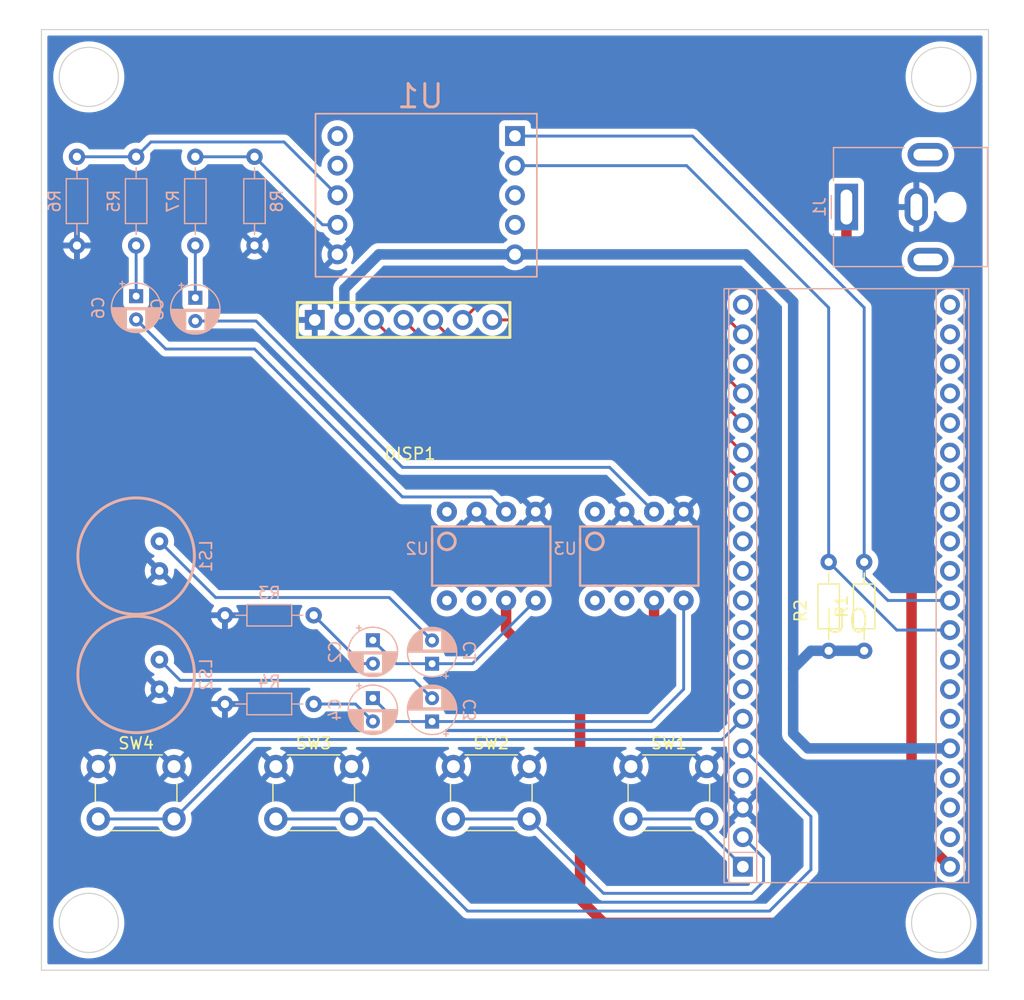
<source format=kicad_pcb>
(kicad_pcb (version 20211014) (generator pcbnew)
  (layers (0 "F.Cu" signal) (31 "B.Cu" signal) (34 "B.Paste" user) (35 "F.Paste" user) (36 "B.SilkS" user "B.Silkscreen") (37 "F.SilkS" user "F.Silkscreen") (38 "B.Mask" user) (39 "F.Mask" user) (44 "Edge.Cuts" user))
  (net 0 "")
  (net 1 "Net-(C1-Pad1)")
  (net 2 "Net-(C1-Pad2)")
  (net 3 "Net-(C2-Pad2)")
  (net 4 "Net-(C3-Pad1)")
  (net 5 "Net-(C3-Pad2)")
  (net 6 "Net-(C4-Pad2)")
  (net 7 "GND")
  (net 8 "+3.3V")
  (net 9 "Net-(DISP1-Pad3)")
  (net 10 "Net-(DISP1-Pad4)")
  (net 11 "Net-(DISP1-Pad5)")
  (net 12 "Net-(DISP1-Pad6)")
  (net 13 "Net-(DISP1-Pad7)")
  (net 14 "+5V")
  (net 15 "Net-(R1-Pad2)")
  (net 16 "Net-(SW1-Pad2)")
  (net 17 "Net-(SW2-Pad2)")
  (net 18 "Net-(SW3-Pad2)")
  (net 19 "Net-(R7-Pad2)")
  (net 46 "Net-(R2-Pad2)")
  (net 49 "Net-(U1-Pad7)")
  (net 50 "Net-(U1-Pad8)")
  (net 59 "Net-(U3-Pad3)")
  (net 60 "Net-(R5-Pad2)")
  (net 61 "Net-(U2-Pad3)")
  (net 62 "Internal PullUp R")
  (footprint "Button_Switch_THT:SW_PUSH_6mm" (layer "F.Cu") (at 151.69 99.35)
    (fp_text reference "SW2" (at 3.25 -2) (layer "F.SilkS"))
    (fp_text value "SW_Push")
    (pad "1" thru_hole circle (at 6.5 0 90) (size 2 2) (drill 1.1) (layers *.Cu *.Mask) (net 7 "GND"))
    (pad "1" thru_hole circle (at 0 0 90) (size 2 2) (drill 1.1) (layers *.Cu *.Mask) (net 7 "GND"))
    (pad "2" thru_hole circle (at 0 4.5 90) (size 2 2) (drill 1.1) (layers *.Cu *.Mask) (net 17 "Net-(SW2-Pad2)"))
    (pad "2" thru_hole circle (at 6.5 4.5 90) (size 2 2) (drill 1.1) (layers *.Cu *.Mask) (net 17 "Net-(SW2-Pad2)"))
  )
  (footprint "Button_Switch_THT:SW_PUSH_6mm" (layer "F.Cu") (at 166.93 99.35)
    (fp_text reference "SW1" (at 3.25 -2) (layer "F.SilkS"))
    (fp_text value "SW_Push")
    (pad "1" thru_hole circle (at 0 0 90) (size 2 2) (drill 1.1) (layers *.Cu *.Mask) (net 7 "GND"))
    (pad "1" thru_hole circle (at 6.5 0 90) (size 2 2) (drill 1.1) (layers *.Cu *.Mask) (net 7 "GND"))
    (pad "2" thru_hole circle (at 6.5 4.5 90) (size 2 2) (drill 1.1) (layers *.Cu *.Mask) (net 16 "Net-(SW1-Pad2)"))
    (pad "2" thru_hole circle (at 0 4.5 90) (size 2 2) (drill 1.1) (layers *.Cu *.Mask) (net 16 "Net-(SW1-Pad2)"))
  )
  (footprint "ECE:OLED_Display_1.3" (layer "F.Cu") (at 129.67 92.95)
    (fp_text reference "DISP1" (at 18.29 -20.46 unlocked) (layer "F.SilkS"))
    (fp_text value "OLED Display")
    (pad "1" thru_hole rect (at 10.12 -31.95 270) (size 1.7 1.7) (drill 1) (layers *.Cu *.Mask) (net 7 "GND"))
    (pad "2" thru_hole circle (at 12.66 -31.95 270) (size 1.7 1.7) (drill 1) (layers *.Cu *.Mask) (net 8 "+3.3V"))
    (pad "3" thru_hole circle (at 15.2 -31.95 270) (size 1.7 1.7) (drill 1) (layers *.Cu *.Mask) (net 9 "Net-(DISP1-Pad3)"))
    (pad "4" thru_hole circle (at 17.74 -31.95 270) (size 1.7 1.7) (drill 1) (layers *.Cu *.Mask) (net 10 "Net-(DISP1-Pad4)"))
    (pad "5" thru_hole circle (at 20.28 -31.95 270) (size 1.7 1.7) (drill 1) (layers *.Cu *.Mask) (net 11 "Net-(DISP1-Pad5)"))
    (pad "6" thru_hole circle (at 22.82 -31.95 270) (size 1.7 1.7) (drill 1) (layers *.Cu *.Mask) (net 12 "Net-(DISP1-Pad6)"))
    (pad "7" thru_hole circle (at 25.36 -31.95 270) (size 1.7 1.7) (drill 1) (layers *.Cu *.Mask) (net 13 "Net-(DISP1-Pad7)"))
  )
  (footprint "Resistor_THT:R_Axial_DIN0204_L3.6mm_D1.6mm_P7.62mm_Horizontal" (layer "F.Cu") (at 183.896 89.408 90)
    (fp_text reference "R2" (at 3.435 -2.42 90) (layer "F.SilkS"))
    (fp_text value "2k")
    (pad "1" thru_hole circle (at 0 0 90) (size 1.4 1.4) (drill 0.7) (layers *.Cu *.Mask) (net 8 "+3.3V"))
    (pad "2" thru_hole oval (at 7.62 0 90) (size 1.4 1.4) (drill 0.7) (layers *.Cu *.Mask) (net 46 "Net-(R2-Pad2)"))
  )
  (footprint "Button_Switch_THT:SW_PUSH_6mm" (layer "F.Cu") (at 136.45 99.35)
    (fp_text reference "SW3" (at 3.25 -2) (layer "F.SilkS"))
    (fp_text value "SW_Push")
    (pad "1" thru_hole circle (at 0 0 90) (size 2 2) (drill 1.1) (layers *.Cu *.Mask) (net 7 "GND"))
    (pad "1" thru_hole circle (at 6.5 0 90) (size 2 2) (drill 1.1) (layers *.Cu *.Mask) (net 7 "GND"))
    (pad "2" thru_hole circle (at 6.5 4.5 90) (size 2 2) (drill 1.1) (layers *.Cu *.Mask) (net 18 "Net-(SW3-Pad2)"))
    (pad "2" thru_hole circle (at 0 4.5 90) (size 2 2) (drill 1.1) (layers *.Cu *.Mask) (net 18 "Net-(SW3-Pad2)"))
  )
  (footprint "Resistor_THT:R_Axial_DIN0204_L3.6mm_D1.6mm_P7.62mm_Horizontal" (layer "F.Cu") (at 186.944 89.408 90)
    (fp_text reference "R1" (at 3.81 -1.92 90) (layer "F.SilkS"))
    (fp_text value "2k")
    (pad "1" thru_hole circle (at 0 0 90) (size 1.4 1.4) (drill 0.7) (layers *.Cu *.Mask) (net 8 "+3.3V"))
    (pad "2" thru_hole oval (at 7.62 0 90) (size 1.4 1.4) (drill 0.7) (layers *.Cu *.Mask) (net 15 "Net-(R1-Pad2)"))
  )
  (footprint "Button_Switch_THT:SW_PUSH_6mm" (layer "F.Cu") (at 121.21 99.35)
    (fp_text reference "SW4" (at 3.25 -2) (layer "F.SilkS"))
    (fp_text value "SW_Push")
    (pad "1" thru_hole circle (at 0 0 90) (size 2 2) (drill 1.1) (layers *.Cu *.Mask) (net 7 "GND"))
    (pad "1" thru_hole circle (at 6.5 0 90) (size 2 2) (drill 1.1) (layers *.Cu *.Mask) (net 7 "GND"))
    (pad "2" thru_hole circle (at 6.5 4.5 90) (size 2 2) (drill 1.1) (layers *.Cu *.Mask) (net 62 "Internal PullUp R"))
    (pad "2" thru_hole circle (at 0 4.5 90) (size 2 2) (drill 1.1) (layers *.Cu *.Mask) (net 62 "Internal PullUp R"))
  )
  (footprint "Resistor_THT:R_Axial_DIN0204_L3.6mm_D1.6mm_P7.62mm_Horizontal" (layer "B.Cu") (at 139.7 86.36 180)
    (fp_text reference "R3" (at 3.81 1.92) (layer "B.SilkS") (effects (justify mirror)))
    (fp_text value "R")
    (pad "1" thru_hole circle (at 0 0 180) (size 1.4 1.4) (drill 0.7) (layers *.Cu *.Mask) (net 3 "Net-(C2-Pad2)"))
    (pad "2" thru_hole oval (at 7.62 0 180) (size 1.4 1.4) (drill 0.7) (layers *.Cu *.Mask) (net 7 "GND"))
  )
  (footprint "Capacitor_THT:CP_Radial_D4.0mm_P2.00mm" (layer "B.Cu") (at 149.86 95.482554 90)
    (fp_text reference "C3" (at 1 3.25 90) (layer "B.SilkS") (effects (justify mirror)))
    (fp_text value "C")
    (pad "1" thru_hole rect (at 0 0 90) (size 1.2 1.2) (drill 0.6) (layers *.Cu *.Mask) (net 4 "Net-(C3-Pad1)"))
    (pad "2" thru_hole circle (at 2 0 90) (size 1.2 1.2) (drill 0.6) (layers *.Cu *.Mask) (net 5 "Net-(C3-Pad2)"))
  )
  (footprint "Capacitor_THT:CP_Radial_D4.0mm_P2.00mm" (layer "B.Cu") (at 149.86 90.52 90)
    (fp_text reference "C1" (at 1 3.25 90) (layer "B.SilkS") (effects (justify mirror)))
    (fp_text value "C")
    (pad "1" thru_hole rect (at 0 0 90) (size 1.2 1.2) (drill 0.6) (layers *.Cu *.Mask) (net 1 "Net-(C1-Pad1)"))
    (pad "2" thru_hole circle (at 2 0 90) (size 1.2 1.2) (drill 0.6) (layers *.Cu *.Mask) (net 2 "Net-(C1-Pad2)"))
  )
  (footprint "Resistor_THT:R_Axial_DIN0204_L3.6mm_D1.6mm_P7.62mm_Horizontal" (layer "B.Cu") (at 134.62 54.61 90)
    (fp_text reference "R8" (at 3.81 1.92 90) (layer "B.SilkS") (effects (justify mirror)))
    (fp_text value "2k")
    (pad "1" thru_hole circle (at 0 0 90) (size 1.4 1.4) (drill 0.7) (layers *.Cu *.Mask) (net 7 "GND"))
    (pad "2" thru_hole oval (at 7.62 0 90) (size 1.4 1.4) (drill 0.7) (layers *.Cu *.Mask) (net 49 "Net-(U1-Pad7)"))
  )
  (footprint "Connector_BarrelJack:BarrelJack_CUI_PJ-063AH_Horizontal" (layer "B.Cu") (at 185.42 51.308 -90)
    (fp_text reference "J1" (at 0 2.3 90) (layer "B.SilkS") (effects (justify mirror)))
    (fp_text value "Barrel_Jack")
    (pad "" np_thru_hole circle (at 0 -9 270) (size 1.6 1.6) (drill 1.6) (layers *.Cu *.Mask))
    (pad "1" thru_hole rect (at 0 0 270) (size 4 2) (drill oval 3 1) (layers *.Cu *.Mask) (net 14 "+5V"))
    (pad "2" thru_hole oval (at 0 -6 270) (size 3.3 2) (drill oval 2.3 1) (layers *.Cu *.Mask) (net 7 "GND"))
    (pad "MP" thru_hole oval (at -4.5 -7 270) (size 2 3.5) (drill oval 1 2.5) (layers *.Cu *.Mask))
    (pad "MP" thru_hole oval (at 4.5 -7 270) (size 2 3.5) (drill oval 1 2.5) (layers *.Cu *.Mask))
  )
  (footprint "Capacitor_THT:CP_Radial_D4.0mm_P2.00mm" (layer "B.Cu") (at 124.46 58.96 -90)
    (fp_text reference "C6" (at 1 3.25 90) (layer "B.SilkS") (effects (justify mirror)))
    (fp_text value "10µF")
    (pad "1" thru_hole rect (at 0 0 270) (size 1.2 1.2) (drill 0.6) (layers *.Cu *.Mask) (net 60 "Net-(R5-Pad2)"))
    (pad "2" thru_hole circle (at 2 0 270) (size 1.2 1.2) (drill 0.6) (layers *.Cu *.Mask) (net 61 "Net-(U2-Pad3)"))
  )
  (footprint "ECE:RDA5807M_Module_TH" (layer "B.Cu") (at 149.352 50.292 180)
    (fp_text reference "U1" (at 0.5 8.5 unlocked) (layer "B.SilkS") (effects (font (size 2 2) (thickness 0.25)) (justify mirror)))
    (fp_text value "RDA5807M_Module")
    (pad "1" thru_hole rect (at -7.62 5.08) (size 1.7 1.7) (drill 1) (layers *.Cu *.Mask) (net 15 "Net-(R1-Pad2)"))
    (pad "2" thru_hole circle (at -7.62 2.54) (size 1.7 1.7) (drill 1) (layers *.Cu *.Mask) (net 46 "Net-(R2-Pad2)"))
    (pad "3" thru_hole circle (at -7.62 0) (size 1.7 1.7) (drill 1) (layers *.Cu *.Mask))
    (pad "4" thru_hole circle (at -7.62 -2.54) (size 1.7 1.7) (drill 1) (layers *.Cu *.Mask))
    (pad "5" thru_hole circle (at -7.62 -5.08) (size 1.7 1.7) (drill 1) (layers *.Cu *.Mask) (net 8 "+3.3V"))
    (pad "6" thru_hole circle (at 7.62 -5.08) (size 1.7 1.7) (drill 1) (layers *.Cu *.Mask) (net 7 "GND"))
    (pad "7" thru_hole circle (at 7.62 -2.54) (size 1.7 1.7) (drill 1) (layers *.Cu *.Mask) (net 49 "Net-(U1-Pad7)"))
    (pad "8" thru_hole circle (at 7.62 0) (size 1.7 1.7) (drill 1) (layers *.Cu *.Mask) (net 50 "Net-(U1-Pad8)"))
    (pad "9" thru_hole circle (at 7.62 2.54) (size 1.7 1.7) (drill 1) (layers *.Cu *.Mask))
    (pad "10" thru_hole circle (at 7.62 5.08) (size 1.7 1.7) (drill 1) (layers *.Cu *.Mask))
  )
  (footprint "Resistor_THT:R_Axial_DIN0204_L3.6mm_D1.6mm_P7.62mm_Horizontal" (layer "B.Cu") (at 124.46 46.99 -90)
    (fp_text reference "R5" (at 3.81 1.92 90) (layer "B.SilkS") (effects (justify mirror)))
    (fp_text value "10k")
    (pad "1" thru_hole circle (at 0 0 270) (size 1.4 1.4) (drill 0.7) (layers *.Cu *.Mask) (net 50 "Net-(U1-Pad8)"))
    (pad "2" thru_hole oval (at 7.62 0 270) (size 1.4 1.4) (drill 0.7) (layers *.Cu *.Mask) (net 60 "Net-(R5-Pad2)"))
  )
  (footprint "ECE:CUE_CMA-4544PF-W" (layer "B.Cu") (at 124.46 81.28 90)
    (fp_text reference "LS1" (at 0 6 90) (layer "B.SilkS") (effects (font (size 1.016 1.016) (thickness 0.1524)) (justify mirror)))
    (fp_text value "Speaker")
    (pad "1" thru_hole circle locked (at 1.27 2 90) (size 1.5 1.5) (drill 0.7) (layers *.Cu *.Mask) (net 2 "Net-(C1-Pad2)"))
    (pad "2" thru_hole circle locked (at -1.27 2 90) (size 1.5 1.5) (drill 0.7) (layers *.Cu *.Mask) (net 7 "GND"))
  )
  (footprint "ECE:CUE_CMA-4544PF-W" (layer "B.Cu") (at 124.46 91.44 90)
    (fp_text reference "LS2" (at 0 6 90) (layer "B.SilkS") (effects (font (size 1.016 1.016) (thickness 0.1524)) (justify mirror)))
    (fp_text value "Speaker")
    (pad "1" thru_hole circle locked (at 1.27 2 90) (size 1.5 1.5) (drill 0.7) (layers *.Cu *.Mask) (net 5 "Net-(C3-Pad2)"))
    (pad "2" thru_hole circle locked (at -1.27 2 90) (size 1.5 1.5) (drill 0.7) (layers *.Cu *.Mask) (net 7 "GND"))
  )
  (footprint "Resistor_THT:R_Axial_DIN0204_L3.6mm_D1.6mm_P7.62mm_Horizontal" (layer "B.Cu") (at 139.7 93.98 180)
    (fp_text reference "R4" (at 3.81 1.92) (layer "B.SilkS") (effects (justify mirror)))
    (fp_text value "R")
    (pad "1" thru_hole circle (at 0 0 180) (size 1.4 1.4) (drill 0.7) (layers *.Cu *.Mask) (net 6 "Net-(C4-Pad2)"))
    (pad "2" thru_hole oval (at 7.62 0 180) (size 1.4 1.4) (drill 0.7) (layers *.Cu *.Mask) (net 7 "GND"))
  )
  (footprint "LM386:DIP08" (layer "B.Cu") (at 154.94 81.28)
    (fp_text reference "U2" (at -6.35929 -0.63592) (layer "B.SilkS") (effects (font (size 1.001465 1.001465)) (justify mirror)))
    (fp_text value "LM386")
    (pad "1" thru_hole circle locked (at -3.81 -3.81) (size 1.7272 1.7272) (drill 0.8128) (layers *.Cu *.Mask))
    (pad "2" thru_hole circle locked (at -1.27 -3.81) (size 1.7272 1.7272) (drill 0.8128) (layers *.Cu *.Mask) (net 7 "GND"))
    (pad "3" thru_hole circle locked (at 1.27 -3.81) (size 1.7272 1.7272) (drill 0.8128) (layers *.Cu *.Mask) (net 61 "Net-(U2-Pad3)"))
    (pad "4" thru_hole circle locked (at 3.81 -3.81) (size 1.7272 1.7272) (drill 0.8128) (layers *.Cu *.Mask) (net 7 "GND"))
    (pad "5" thru_hole circle locked (at 3.81 3.81) (size 1.7272 1.7272) (drill 0.8128) (layers *.Cu *.Mask) (net 1 "Net-(C1-Pad1)"))
    (pad "6" thru_hole circle locked (at 1.27 3.81) (size 1.7272 1.7272) (drill 0.8128) (layers *.Cu *.Mask) (net 14 "+5V"))
    (pad "7" thru_hole circle locked (at -1.27 3.81) (size 1.7272 1.7272) (drill 0.8128) (layers *.Cu *.Mask))
    (pad "8" thru_hole circle locked (at -3.81 3.81) (size 1.7272 1.7272) (drill 0.8128) (layers *.Cu *.Mask))
  )
  (footprint "Capacitor_THT:CP_Radial_D4.0mm_P2.00mm" (layer "B.Cu") (at 144.78 88.507401 -90)
    (fp_text reference "C2" (at 1 3.25 90) (layer "B.SilkS") (effects (justify mirror)))
    (fp_text value "C")
    (pad "1" thru_hole rect (at 0 0 270) (size 1.2 1.2) (drill 0.6) (layers *.Cu *.Mask) (net 1 "Net-(C1-Pad1)"))
    (pad "2" thru_hole circle (at 2 0 270) (size 1.2 1.2) (drill 0.6) (layers *.Cu *.Mask) (net 3 "Net-(C2-Pad2)"))
  )
  (footprint "LM386:DIP08" (layer "B.Cu") (at 167.64 81.28)
    (fp_text reference "U3" (at -6.35929 -0.63592) (layer "B.SilkS") (effects (font (size 1.001465 1.001465)) (justify mirror)))
    (fp_text value "LM386")
    (pad "1" thru_hole circle locked (at -3.81 -3.81) (size 1.7272 1.7272) (drill 0.8128) (layers *.Cu *.Mask))
    (pad "2" thru_hole circle locked (at -1.27 -3.81) (size 1.7272 1.7272) (drill 0.8128) (layers *.Cu *.Mask) (net 7 "GND"))
    (pad "3" thru_hole circle locked (at 1.27 -3.81) (size 1.7272 1.7272) (drill 0.8128) (layers *.Cu *.Mask) (net 59 "Net-(U3-Pad3)"))
    (pad "4" thru_hole circle locked (at 3.81 -3.81) (size 1.7272 1.7272) (drill 0.8128) (layers *.Cu *.Mask) (net 7 "GND"))
    (pad "5" thru_hole circle locked (at 3.81 3.81) (size 1.7272 1.7272) (drill 0.8128) (layers *.Cu *.Mask) (net 4 "Net-(C3-Pad1)"))
    (pad "6" thru_hole circle locked (at 1.27 3.81) (size 1.7272 1.7272) (drill 0.8128) (layers *.Cu *.Mask) (net 14 "+5V"))
    (pad "7" thru_hole circle locked (at -1.27 3.81) (size 1.7272 1.7272) (drill 0.8128) (layers *.Cu *.Mask))
    (pad "8" thru_hole circle locked (at -3.81 3.81) (size 1.7272 1.7272) (drill 0.8128) (layers *.Cu *.Mask))
  )
  (footprint "ECE:RPi_Pico_TH" (layer "B.Cu") (at 185.42 83.82)
    (fp_text reference "U0" (at 0 3.048 unlocked) (layer "F.SilkS") (effects (font (size 2 2))))
    (fp_text value "RPi_Pico_TH")
    (pad "1" thru_hole rect (at -8.89 24.13) (size 1.7 1.7) (drill 1) (layers *.Cu *.Mask) (net 16 "Net-(SW1-Pad2)"))
    (pad "2" thru_hole circle (at -8.89 21.59) (size 1.7 1.7) (drill 1) (layers *.Cu *.Mask) (net 17 "Net-(SW2-Pad2)"))
    (pad "3" thru_hole circle (at -8.89 19.05) (size 1.7 1.7) (drill 1) (layers *.Cu *.Mask) (net 7 "GND"))
    (pad "4" thru_hole circle (at -8.89 16.51) (size 1.7 1.7) (drill 1) (layers *.Cu *.Mask))
    (pad "5" thru_hole circle (at -8.89 13.97) (size 1.7 1.7) (drill 1) (layers *.Cu *.Mask) (net 18 "Net-(SW3-Pad2)"))
    (pad "6" thru_hole circle (at -8.89 11.43) (size 1.7 1.7) (drill 1) (layers *.Cu *.Mask) (net 62 "Internal PullUp R"))
    (pad "7" thru_hole circle (at -8.89 8.89) (size 1.7 1.7) (drill 1) (layers *.Cu *.Mask))
    (pad "8" thru_hole circle (at -8.89 6.35) (size 1.7 1.7) (drill 1) (layers *.Cu *.Mask))
    (pad "9" thru_hole circle (at -8.89 3.81) (size 1.7 1.7) (drill 1) (layers *.Cu *.Mask))
    (pad "10" thru_hole circle (at -8.89 1.27) (size 1.7 1.7) (drill 1) (layers *.Cu *.Mask))
    (pad "11" thru_hole circle (at -8.89 -1.27) (size 1.7 1.7) (drill 1) (layers *.Cu *.Mask))
    (pad "12" thru_hole circle (at -8.89 -3.81) (size 1.7 1.7) (drill 1) (layers *.Cu *.Mask))
    (pad "13" thru_hole circle (at -8.89 -6.35) (size 1.7 1.7) (drill 1) (layers *.Cu *.Mask))
    (pad "14" thru_hole circle (at -8.89 -8.89) (size 1.7 1.7) (drill 1) (layers *.Cu *.Mask) (net 9 "Net-(DISP1-Pad3)"))
    (pad "15" thru_hole circle (at -8.89 -11.43) (size 1.7 1.7) (drill 1) (layers *.Cu *.Mask) (net 10 "Net-(DISP1-Pad4)"))
    (pad "16" thru_hole circle (at -8.89 -13.97) (size 1.7 1.7) (drill 1) (layers *.Cu *.Mask) (net 11 "Net-(DISP1-Pad5)"))
    (pad "17" thru_hole circle (at -8.89 -16.51) (size 1.7 1.7) (drill 1) (layers *.Cu *.Mask) (net 13 "Net-(DISP1-Pad7)"))
    (pad "18" thru_hole circle (at -8.89 -19.05) (size 1.7 1.7) (drill 1) (layers *.Cu *.Mask))
    (pad "19" thru_hole circle (at -8.89 -21.59) (size 1.7 1.7) (drill 1) (layers *.Cu *.Mask) (net 12 "Net-(DISP1-Pad6)"))
    (pad "20" thru_hole circle (at -8.89 -24.13) (size 1.7 1.7) (drill 1) (layers *.Cu *.Mask))
    (pad "21" thru_hole circle (at 8.89 -24.13) (size 1.7 1.7) (drill 1) (layers *.Cu *.Mask))
    (pad "22" thru_hole circle (at 8.89 -21.59) (size 1.7 1.7) (drill 1) (layers *.Cu *.Mask))
    (pad "23" thru_hole circle (at 8.89 -19.05) (size 1.7 1.7) (drill 1) (layers *.Cu *.Mask))
    (pad "24" thru_hole circle (at 8.89 -16.51) (size 1.7 1.7) (drill 1) (layers *.Cu *.Mask))
    (pad "25" thru_hole circle (at 8.89 -13.97) (size 1.7 1.7) (drill 1) (layers *.Cu *.Mask))
    (pad "26" thru_hole circle (at 8.89 -11.43) (size 1.7 1.7) (drill 1) (layers *.Cu *.Mask))
    (pad "27" thru_hole circle (at 8.89 -8.89) (size 1.7 1.7) (drill 1) (layers *.Cu *.Mask))
    (pad "28" thru_hole circle (at 8.89 -6.35) (size 1.7 1.7) (drill 1) (layers *.Cu *.Mask))
    (pad "29" thru_hole circle (at 8.89 -3.81) (size 1.7 1.7) (drill 1) (layers *.Cu *.Mask))
    (pad "30" thru_hole circle (at 8.89 -1.27) (size 1.7 1.7) (drill 1) (layers *.Cu *.Mask))
    (pad "31" thru_hole circle (at 8.89 1.27) (size 1.7 1.7) (drill 1) (layers *.Cu *.Mask) (net 15 "Net-(R1-Pad2)"))
    (pad "32" thru_hole circle (at 8.89 3.81) (size 1.7 1.7) (drill 1) (layers *.Cu *.Mask) (net 46 "Net-(R2-Pad2)"))
    (pad "33" thru_hole circle (at 8.89 6.35) (size 1.7 1.7) (drill 1) (layers *.Cu *.Mask))
    (pad "34" thru_hole circle (at 8.89 8.89) (size 1.7 1.7) (drill 1) (layers *.Cu *.Mask))
    (pad "35" thru_hole circle (at 8.89 11.43) (size 1.7 1.7) (drill 1) (layers *.Cu *.Mask))
    (pad "36" thru_hole circle (at 8.89 13.97) (size 1.7 1.7) (drill 1) (layers *.Cu *.Mask) (net 8 "+3.3V"))
    (pad "37" thru_hole circle (at 8.89 16.51) (size 1.7 1.7) (drill 1) (layers *.Cu *.Mask))
    (pad "38" thru_hole circle (at 8.89 19.05) (size 1.7 1.7) (drill 1) (layers *.Cu *.Mask))
    (pad "39" thru_hole circle (at 8.89 21.59) (size 1.7 1.7) (drill 1) (layers *.Cu *.Mask))
    (pad "40" thru_hole circle (at 8.89 24.13) (size 1.7 1.7) (drill 1) (layers *.Cu *.Mask) (net 14 "+5V"))
  )
  (footprint "Capacitor_THT:CP_Radial_D4.0mm_P2.00mm" (layer "B.Cu") (at 144.78 93.472338 -90)
    (fp_text reference "C4" (at 1 3.25 -270) (layer "B.SilkS") (effects (justify mirror)))
    (fp_text value "C")
    (pad "1" thru_hole rect (at 0 0 270) (size 1.2 1.2) (drill 0.6) (layers *.Cu *.Mask) (net 4 "Net-(C3-Pad1)"))
    (pad "2" thru_hole circle (at 2 0 270) (size 1.2 1.2) (drill 0.6) (layers *.Cu *.Mask) (net 6 "Net-(C4-Pad2)"))
  )
  (footprint "Capacitor_THT:CP_Radial_D4.0mm_P2.00mm" (layer "B.Cu") (at 129.54 59.094892 -90)
    (fp_text reference "C5" (at 1 3.25 90) (layer "B.SilkS") (effects (justify mirror)))
    (fp_text value "10µF")
    (pad "1" thru_hole rect (at 0 0 270) (size 1.2 1.2) (drill 0.6) (layers *.Cu *.Mask) (net 19 "Net-(R7-Pad2)"))
    (pad "2" thru_hole circle (at 2 0 270) (size 1.2 1.2) (drill 0.6) (layers *.Cu *.Mask) (net 59 "Net-(U3-Pad3)"))
  )
  (footprint "Resistor_THT:R_Axial_DIN0204_L3.6mm_D1.6mm_P7.62mm_Horizontal" (layer "B.Cu") (at 129.54 46.99 -90)
    (fp_text reference "R7" (at 3.81 1.92 90) (layer "B.SilkS") (effects (justify mirror)))
    (fp_text value "10k")
    (pad "1" thru_hole circle (at 0 0 270) (size 1.4 1.4) (drill 0.7) (layers *.Cu *.Mask) (net 49 "Net-(U1-Pad7)"))
    (pad "2" thru_hole oval (at 7.62 0 270) (size 1.4 1.4) (drill 0.7) (layers *.Cu *.Mask) (net 19 "Net-(R7-Pad2)"))
  )
  (footprint "Resistor_THT:R_Axial_DIN0204_L3.6mm_D1.6mm_P7.62mm_Horizontal" (layer "B.Cu") (at 119.38 46.99 -90)
    (fp_text reference "R6" (at 3.81 1.92 90) (layer "B.SilkS") (effects (justify mirror)))
    (fp_text value "2k")
    (pad "1" thru_hole circle (at 0 0 270) (size 1.4 1.4) (drill 0.7) (layers *.Cu *.Mask) (net 50 "Net-(U1-Pad8)"))
    (pad "2" thru_hole oval (at 7.62 0 270) (size 1.4 1.4) (drill 0.7) (layers *.Cu *.Mask) (net 7 "GND"))
  )
  (gr_rect (start 197.612 116.84) (end 116.332 36.068) (layer "Edge.Cuts") (width 0.1) (fill none))
  (gr_circle (center 193.548 40.132) (end 193.548 37.592) (layer "Edge.Cuts") (width 0.1) (fill none))
  (gr_circle (center 120.396 112.776) (end 120.396 110.236) (layer "Edge.Cuts") (width 0.1) (fill none))
  (gr_circle (center 120.396 40.132) (end 120.396 37.592) (layer "Edge.Cuts") (width 0.1) (fill none))
  (gr_circle (center 193.548 112.776) (end 193.548 110.236) (layer "Edge.Cuts") (width 0.1) (fill none))
  (segment (start 146.792599 90.52) (end 144.78 88.507401) (width 0.25) (layer "B.Cu") (net 1))
  (segment (start 158.75 85.09) (end 153.32 90.52) (width 0.25) (layer "B.Cu") (net 1))
  (segment (start 153.32 90.52) (end 149.86 90.52) (width 0.25) (layer "B.Cu") (net 1))
  (segment (start 149.86 90.52) (end 146.792599 90.52) (width 0.25) (layer "B.Cu") (net 1))
  (segment (start 146.176 84.836) (end 131.286 84.836) (width 0.25) (layer "B.Cu") (net 2))
  (segment (start 131.286 84.836) (end 126.46 80.01) (width 0.25) (layer "B.Cu") (net 2))
  (segment (start 149.86 88.52) (end 146.176 84.836) (width 0.25) (layer "B.Cu") (net 2))
  (segment (start 144.78 90.507401) (end 143.847401 90.507401) (width 0.25) (layer "B.Cu") (net 3))
  (segment (start 143.847401 90.507401) (end 139.7 86.36) (width 0.25) (layer "B.Cu") (net 3))
  (segment (start 171.45 92.71) (end 168.677446 95.482554) (width 0.25) (layer "B.Cu") (net 4))
  (segment (start 171.45 85.09) (end 171.45 92.71) (width 0.25) (layer "B.Cu") (net 4))
  (segment (start 168.677446 95.482554) (end 149.86 95.482554) (width 0.25) (layer "B.Cu") (net 4))
  (segment (start 146.790216 95.482554) (end 144.78 93.472338) (width 0.25) (layer "B.Cu") (net 4))
  (segment (start 149.86 95.482554) (end 146.790216 95.482554) (width 0.25) (layer "B.Cu") (net 4))
  (segment (start 149.86 93.482554) (end 148.325446 91.948) (width 0.25) (layer "B.Cu") (net 5))
  (segment (start 128.238 91.948) (end 126.46 90.17) (width 0.25) (layer "B.Cu") (net 5))
  (segment (start 148.325446 91.948) (end 128.238 91.948) (width 0.25) (layer "B.Cu") (net 5))
  (segment (start 143.287662 93.98) (end 139.7 93.98) (width 0.25) (layer "B.Cu") (net 6))
  (segment (start 144.78 95.472338) (end 143.287662 93.98) (width 0.25) (layer "B.Cu") (net 6))
  (segment (start 180.848 92.456) (end 180.848 96.52) (width 0.9) (layer "B.Cu") (net 8))
  (segment (start 186.944 89.408) (end 183.896 89.408) (width 0.9) (layer "B.Cu") (net 8))
  (segment (start 182.372 89.408) (end 180.848 90.932) (width 0.9) (layer "B.Cu") (net 8))
  (segment (start 145.288 55.372) (end 156.972 55.372) (width 0.9) (layer "B.Cu") (net 8))
  (segment (start 180.848 89.408) (end 180.848 79.756) (width 0.9) (layer "B.Cu") (net 8))
  (segment (start 180.848 59.436) (end 176.784 55.372) (width 0.9) (layer "B.Cu") (net 8))
  (segment (start 176.784 55.372) (end 156.972 55.372) (width 0.9) (layer "B.Cu") (net 8))
  (segment (start 180.848 96.52) (end 182.118 97.79) (width 0.9) (layer "B.Cu") (net 8))
  (segment (start 183.896 89.408) (end 182.372 89.408) (width 0.9) (layer "B.Cu") (net 8))
  (segment (start 180.848 92.456) (end 180.848 90.932) (width 0.9) (layer "B.Cu") (net 8))
  (segment (start 180.848 79.756) (end 180.848 59.436) (width 0.9) (layer "B.Cu") (net 8))
  (segment (start 142.33 58.33) (end 145.288 55.372) (width 0.9) (layer "B.Cu") (net 8))
  (segment (start 182.118 97.79) (end 194.31 97.79) (width 0.9) (layer "B.Cu") (net 8))
  (segment (start 142.33 61) (end 142.33 58.33) (width 0.9) (layer "B.Cu") (net 8))
  (segment (start 180.848 90.932) (end 180.848 89.408) (width 0.9) (layer "B.Cu") (net 8))
  (segment (start 152.45 68.58) (end 144.87 61) (width 0.25) (layer "F.Cu") (net 9))
  (segment (start 170.18 68.58) (end 152.45 68.58) (width 0.25) (layer "F.Cu") (net 9))
  (segment (start 176.53 74.93) (end 170.18 68.58) (width 0.25) (layer "F.Cu") (net 9))
  (segment (start 176.53 72.39) (end 170.18 66.04) (width 0.25) (layer "F.Cu") (net 10))
  (segment (start 170.18 66.04) (end 152.45 66.04) (width 0.25) (layer "F.Cu") (net 10))
  (segment (start 152.45 66.04) (end 147.41 61) (width 0.25) (layer "F.Cu") (net 10))
  (segment (start 167.132 63.5) (end 152.4 63.5) (width 0.25) (layer "F.Cu") (net 11))
  (segment (start 167.64 63.5) (end 167.132 63.5) (width 0.25) (layer "F.Cu") (net 11))
  (segment (start 152.4 63.5) (end 149.86 60.96) (width 0.25) (layer "F.Cu") (net 11))
  (segment (start 149.91 60.96) (end 149.95 61) (width 0.25) (layer "F.Cu") (net 11))
  (segment (start 149.86 60.96) (end 149.91 60.96) (width 0.25) (layer "F.Cu") (net 11))
  (segment (start 176.53 69.85) (end 170.18 63.5) (width 0.25) (layer "F.Cu") (net 11))
  (segment (start 170.18 63.5) (end 165.1 63.5) (width 0.25) (layer "F.Cu") (net 11))
  (segment (start 172.72 58.42) (end 155.07 58.42) (width 0.25) (layer "F.Cu") (net 12))
  (segment (start 176.53 62.23) (end 172.72 58.42) (width 0.25) (layer "F.Cu") (net 12))
  (segment (start 155.07 58.42) (end 152.49 61) (width 0.25) (layer "F.Cu") (net 12))
  (segment (start 170.22 61) (end 155.03 61) (width 0.25) (layer "F.Cu") (net 13))
  (segment (start 176.53 67.31) (end 170.22 61) (width 0.25) (layer "F.Cu") (net 13))
  (segment (start 162.56 110.744) (end 162.56 93.98) (width 0.9) (layer "F.Cu") (net 14))
  (segment (start 191.008 104.648) (end 194.31 107.95) (width 0.9) (layer "F.Cu") (net 14))
  (segment (start 156.21 87.63) (end 156.21 85.09) (width 0.9) (layer "F.Cu") (net 14))
  (segment (start 185.42 51.308) (end 185.42 54.864) (width 0.9) (layer "F.Cu") (net 14))
  (segment (start 164.592 112.776) (end 162.56 110.744) (width 0.9) (layer "F.Cu") (net 14))
  (segment (start 162.56 93.98) (end 168.91 87.63) (width 0.9) (layer "F.Cu") (net 14))
  (segment (start 185.42 54.864) (end 191.008 60.452) (width 0.9) (layer "F.Cu") (net 14))
  (segment (start 168.91 87.63) (end 168.91 85.09) (width 0.9) (layer "F.Cu") (net 14))
  (segment (start 191.008 104.648) (end 182.88 112.776) (width 0.9) (layer "F.Cu") (net 14))
  (segment (start 162.56 93.98) (end 156.21 87.63) (width 0.9) (layer "F.Cu") (net 14))
  (segment (start 182.88 112.776) (end 164.592 112.776) (width 0.9) (layer "F.Cu") (net 14))
  (segment (start 191.008 60.452) (end 191.008 104.648) (width 0.9) (layer "F.Cu") (net 14))
  (segment (start 186.944 83.058) (end 186.944 81.788) (width 0.25) (layer "B.Cu") (net 15))
  (segment (start 194.31 85.09) (end 188.976 85.09) (width 0.25) (layer "B.Cu") (net 15))
  (segment (start 172.212 45.212) (end 186.944 59.944) (width 0.25) (layer "B.Cu") (net 15))
  (segment (start 188.976 85.09) (end 186.944 83.058) (width 0.25) (layer "B.Cu") (net 15))
  (segment (start 156.972 45.212) (end 172.212 45.212) (width 0.25) (layer "B.Cu") (net 15))
  (segment (start 186.944 59.944) (end 186.944 81.788) (width 0.25) (layer "B.Cu") (net 15))
  (segment (start 173.43 103.85) (end 173.43 104.85) (width 0.25) (layer "B.Cu") (net 16))
  (segment (start 173.43 104.85) (end 176.53 107.95) (width 0.25) (layer "B.Cu") (net 16))
  (segment (start 173.43 103.85) (end 166.93 103.85) (width 0.25) (layer "B.Cu") (net 16))
  (segment (start 158.19 103.85) (end 151.69 103.85) (width 0.25) (layer "B.Cu") (net 17))
  (segment (start 176.53 105.41) (end 178.308 107.188) (width 0.25) (layer "B.Cu") (net 17))
  (segment (start 178.308 107.188) (end 178.308 109.22) (width 0.25) (layer "B.Cu") (net 17))
  (segment (start 178.308 109.22) (end 177.292 110.236) (width 0.25) (layer "B.Cu") (net 17))
  (segment (start 177.292 110.236) (end 164.576 110.236) (width 0.25) (layer "B.Cu") (net 17))
  (segment (start 164.576 110.236) (end 158.19 103.85) (width 0.25) (layer "B.Cu") (net 17))
  (segment (start 152.908 111.76) (end 178.816 111.76) (width 0.25) (layer "B.Cu") (net 18))
  (segment (start 182.372 103.632) (end 176.53 97.79) (width 0.25) (layer "B.Cu") (net 18))
  (segment (start 182.372 108.204) (end 182.372 103.632) (width 0.25) (layer "B.Cu") (net 18))
  (segment (start 142.95 103.85) (end 144.998 103.85) (width 0.25) (layer "B.Cu") (net 18))
  (segment (start 142.95 103.85) (end 136.45 103.85) (width 0.25) (layer "B.Cu") (net 18))
  (segment (start 178.816 111.76) (end 182.372 108.204) (width 0.25) (layer "B.Cu") (net 18))
  (segment (start 144.998 103.85) (end 152.908 111.76) (width 0.25) (layer "B.Cu") (net 18))
  (segment (start 129.54 54.61) (end 129.54 59.094892) (width 0.25) (layer "B.Cu") (net 19))
  (segment (start 189.738 87.63) (end 183.896 81.788) (width 0.25) (layer "B.Cu") (net 46))
  (segment (start 171.704 47.752) (end 183.896 59.944) (width 0.25) (layer "B.Cu") (net 46))
  (segment (start 156.972 47.752) (end 171.704 47.752) (width 0.25) (layer "B.Cu") (net 46))
  (segment (start 194.31 87.63) (end 189.738 87.63) (width 0.25) (layer "B.Cu") (net 46))
  (segment (start 183.896 59.944) (end 183.896 81.788) (width 0.25) (layer "B.Cu") (net 46))
  (segment (start 140.462 52.832) (end 134.62 46.99) (width 0.25) (layer "B.Cu") (net 49))
  (segment (start 129.54 46.99) (end 134.62 46.99) (width 0.25) (layer "B.Cu") (net 49))
  (segment (start 141.732 52.832) (end 140.462 52.832) (width 0.25) (layer "B.Cu") (net 49))
  (segment (start 141.732 50.292) (end 137.16 45.72) (width 0.25) (layer "B.Cu") (net 50))
  (segment (start 137.16 45.72) (end 125.73 45.72) (width 0.25) (layer "B.Cu") (net 50))
  (segment (start 125.73 45.72) (end 124.46 46.99) (width 0.25) (layer "B.Cu") (net 50))
  (segment (start 124.46 46.99) (end 119.38 46.99) (width 0.25) (layer "B.Cu") (net 50))
  (segment (start 147.32 73.66) (end 165.1 73.66) (width 0.25) (layer "B.Cu") (net 59))
  (segment (start 165.1 73.66) (end 168.91 77.47) (width 0.25) (layer "B.Cu") (net 59))
  (segment (start 129.54 61.094892) (end 134.754892 61.094892) (width 0.25) (layer "B.Cu") (net 59))
  (segment (start 134.754892 61.094892) (end 147.32 73.66) (width 0.25) (layer "B.Cu") (net 59))
  (segment (start 124.46 54.61) (end 124.46 58.96) (width 0.25) (layer "B.Cu") (net 60))
  (segment (start 134.62 63.5) (end 147.32 76.2) (width 0.25) (layer "B.Cu") (net 61))
  (segment (start 127 63.5) (end 134.62 63.5) (width 0.25) (layer "B.Cu") (net 61))
  (segment (start 147.32 76.2) (end 154.94 76.2) (width 0.25) (layer "B.Cu") (net 61))
  (segment (start 154.94 76.2) (end 156.21 77.47) (width 0.25) (layer "B.Cu") (net 61))
  (segment (start 124.46 60.96) (end 127 63.5) (width 0.25) (layer "B.Cu") (net 61))
  (segment (start 127.71 103.85) (end 134.532 97.028) (width 0.25) (layer "B.Cu") (net 62))
  (segment (start 127.71 103.85) (end 121.21 103.85) (width 0.25) (layer "B.Cu") (net 62))
  (segment (start 134.532 97.028) (end 174.752 97.028) (width 0.25) (layer "B.Cu") (net 62))
  (segment (start 174.752 97.028) (end 176.53 95.25) (width 0.25) (layer "B.Cu") (net 62))
  (zone (net 7) (net_name "GND") (layer "B.Cu") (connect_pads (clearance 0.508)) (min_thickness 0.254) (fill yes (thermal_gap 0.508) (thermal_bridge_width 0.508))
    (polygon (pts (xy 200.66 119.38) (xy 112.776 119.38) (xy 112.776 33.528) (xy 200.66 33.528)))
  )
)
</source>
